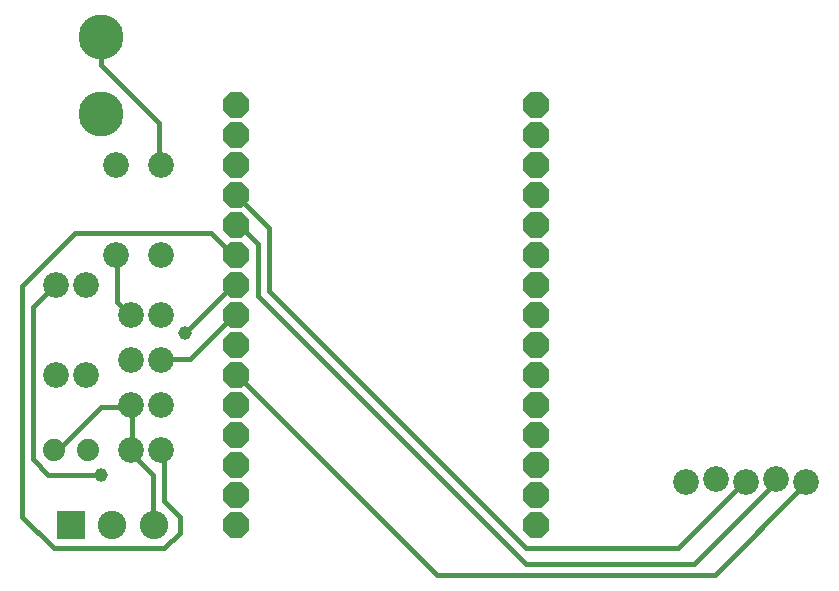
<source format=gbl>
G75*
%MOIN*%
%OFA0B0*%
%FSLAX25Y25*%
%IPPOS*%
%LPD*%
%AMOC8*
5,1,8,0,0,1.08239X$1,22.5*
%
%ADD10OC8,0.08600*%
%ADD11C,0.08600*%
%ADD12C,0.15000*%
%ADD13R,0.09500X0.09500*%
%ADD14C,0.09500*%
%ADD15C,0.07400*%
%ADD16C,0.01500*%
%ADD17C,0.04559*%
D10*
X0081000Y0036400D03*
X0081000Y0046400D03*
X0081000Y0056400D03*
X0081000Y0066400D03*
X0081000Y0076400D03*
X0081000Y0086400D03*
X0081000Y0096400D03*
X0081000Y0106400D03*
X0081000Y0116400D03*
X0081000Y0126400D03*
X0081000Y0136400D03*
X0081000Y0146400D03*
X0081000Y0156400D03*
X0081000Y0166400D03*
X0081000Y0176400D03*
X0181000Y0176400D03*
X0181000Y0166400D03*
X0181000Y0156400D03*
X0181000Y0146400D03*
X0181000Y0136400D03*
X0181000Y0126400D03*
X0181000Y0116400D03*
X0181000Y0106400D03*
X0181000Y0096400D03*
X0181000Y0086400D03*
X0181000Y0076400D03*
X0181000Y0066400D03*
X0181000Y0056400D03*
X0181000Y0046400D03*
X0181000Y0036400D03*
D11*
X0231000Y0050900D03*
X0241000Y0051900D03*
X0251000Y0050900D03*
X0261000Y0051900D03*
X0271000Y0050900D03*
X0056000Y0061400D03*
X0046000Y0061400D03*
X0046000Y0076400D03*
X0056000Y0076400D03*
X0056000Y0091400D03*
X0046000Y0091400D03*
X0031000Y0086400D03*
X0021000Y0086400D03*
X0046000Y0106400D03*
X0056000Y0106400D03*
X0031000Y0116400D03*
X0021000Y0116400D03*
X0041000Y0126400D03*
X0056000Y0126400D03*
X0056000Y0156400D03*
X0041000Y0156400D03*
D12*
X0036000Y0173605D03*
X0036000Y0199195D03*
D13*
X0026000Y0036400D03*
D14*
X0039780Y0036400D03*
X0053559Y0036400D03*
D15*
X0031700Y0061400D03*
X0020300Y0061400D03*
D16*
X0009750Y0039150D02*
X0020250Y0028650D01*
X0057000Y0028650D01*
X0062250Y0033900D01*
X0062250Y0039150D01*
X0057000Y0044400D01*
X0057000Y0060150D01*
X0056000Y0061400D01*
X0053500Y0053150D02*
X0046500Y0060150D01*
X0046000Y0061400D01*
X0046500Y0061900D01*
X0046500Y0075900D01*
X0046000Y0076400D01*
X0044750Y0075900D01*
X0036000Y0075900D01*
X0022000Y0061900D01*
X0020300Y0061400D01*
X0013250Y0058400D02*
X0013250Y0109150D01*
X0020250Y0116150D01*
X0021000Y0116400D01*
X0009750Y0116150D02*
X0027250Y0133650D01*
X0072750Y0133650D01*
X0079750Y0126650D01*
X0081000Y0126400D01*
X0088500Y0130150D02*
X0081500Y0137150D01*
X0081000Y0136400D01*
X0088500Y0130150D02*
X0088500Y0112650D01*
X0177750Y0023400D01*
X0233750Y0023400D01*
X0260000Y0049650D01*
X0260000Y0051400D01*
X0261000Y0051900D01*
X0270500Y0049650D02*
X0271000Y0050900D01*
X0270500Y0049650D02*
X0240750Y0019900D01*
X0148000Y0019900D01*
X0081500Y0086400D01*
X0081000Y0086400D01*
X0065750Y0091650D02*
X0079750Y0105650D01*
X0081000Y0106400D01*
X0092000Y0114400D02*
X0092000Y0135400D01*
X0081000Y0146400D01*
X0056000Y0156400D02*
X0055250Y0156400D01*
X0055250Y0170400D01*
X0036000Y0189650D01*
X0036000Y0199195D01*
X0041000Y0126400D02*
X0041250Y0124900D01*
X0041250Y0110900D01*
X0044750Y0107400D01*
X0046000Y0106400D01*
X0064000Y0100400D02*
X0079750Y0116150D01*
X0081000Y0116400D01*
X0092000Y0114400D02*
X0177750Y0028650D01*
X0228500Y0028650D01*
X0249500Y0049650D01*
X0251000Y0050900D01*
X0065750Y0091650D02*
X0057000Y0091650D01*
X0056000Y0091400D01*
X0009750Y0116150D02*
X0009750Y0039150D01*
X0018500Y0053150D02*
X0013250Y0058400D01*
X0018500Y0053150D02*
X0036000Y0053150D01*
X0053500Y0053150D02*
X0053500Y0037400D01*
X0053559Y0036400D01*
D17*
X0036000Y0053150D03*
X0064000Y0100400D03*
M02*

</source>
